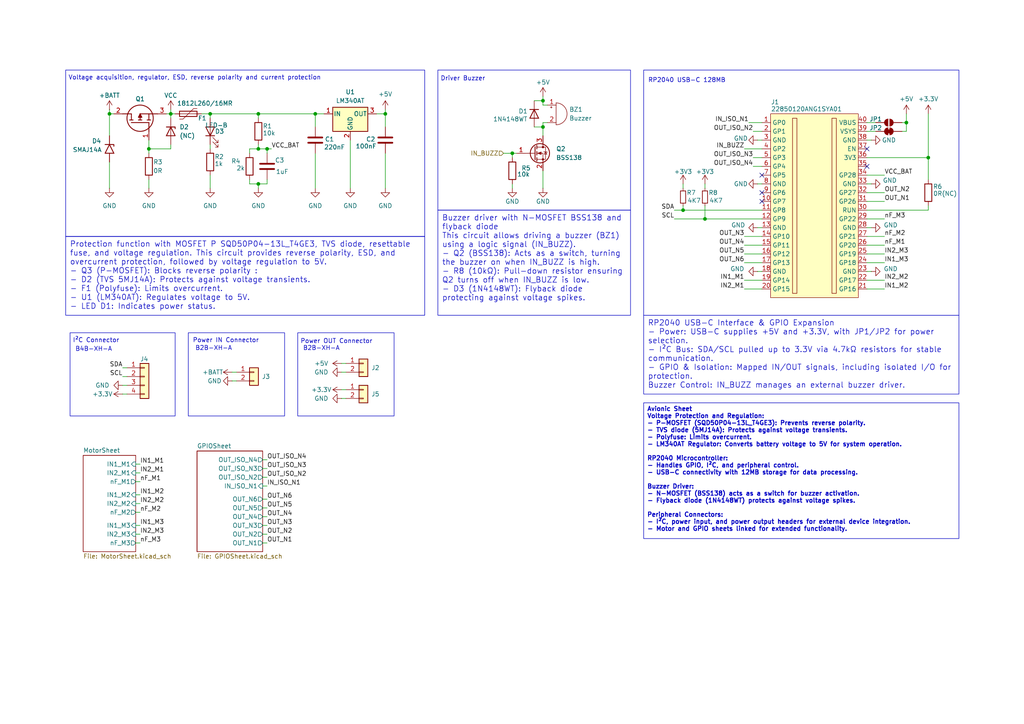
<source format=kicad_sch>
(kicad_sch (version 20231120) (generator "eeschema") (generator_version "8.0")
  (paper "A4")
  (title_block (title "BR-MOTOR : GPIO Sheet") (date "2025-02-23") (rev "V°1") (company "MASTODONTE") (comment 1 "Paul Miailhe"))
  (lib_symbols
    (symbol "Berry_Rocket_Library:Raspberry_Pico_Header"
      (property "Reference" "J" (at 0 0 0))
      (property "Value" "Raspberry Pico Header" (at 12.7 -55.88 0))
      (symbol "Raspberry_Pico_Header_1_1"
        (rectangle (start 0 -1.27) (end 25.4 -54.61) (fill (type background)))
        (rectangle (start 6.35 -2.54) (end 7.62 -53.34))
        (rectangle (start 17.78 -2.54) (end 19.05 -53.34))
        (pin bidirectional line (at -2.54 -3.81 0) (length 2.54) (name "GP0") (number "1"))
        (pin input line (at -2.54 -26.67 0) (length 2.54) (name "GP7") (number "10"))
        (pin input line (at -2.54 -29.21 0) (length 2.54) (name "GP8") (number "11"))
        (pin input line (at -2.54 -31.75 0) (length 2.54) (name "GP9") (number "12"))
        (pin input line (at -2.54 -34.29 0) (length 2.54) (name "GND") (number "13"))
        (pin input line (at -2.54 -36.83 0) (length 2.54) (name "GP10") (number "14"))
        (pin input line (at -2.54 -39.37 0) (length 2.54) (name "GP11") (number "15"))
        (pin input line (at -2.54 -41.91 0) (length 2.54) (name "GP12") (number "16"))
        (pin input line (at -2.54 -44.45 0) (length 2.54) (name "GP13") (number "17"))
        (pin input line (at -2.54 -46.99 0) (length 2.54) (name "GND") (number "18"))
        (pin input line (at -2.54 -49.53 0) (length 2.54) (name "GP14") (number "19"))
        (pin bidirectional line (at -2.54 -6.35 0) (length 2.54) (name "GP1") (number "2"))
        (pin input line (at -2.54 -52.07 0) (length 2.54) (name "GP15") (number "20"))
        (pin input line (at 27.94 -52.07 180) (length 2.54) (name "GP16") (number "21"))
        (pin input line (at 27.94 -49.53 180) (length 2.54) (name "GP17") (number "22"))
        (pin input line (at 27.94 -46.99 180) (length 2.54) (name "GND") (number "23"))
        (pin input line (at 27.94 -44.45 180) (length 2.54) (name "GP18") (number "24"))
        (pin input line (at 27.94 -41.91 180) (length 2.54) (name "GP19") (number "25"))
        (pin input line (at 27.94 -39.37 180) (length 2.54) (name "GP20") (number "26"))
        (pin input line (at 27.94 -36.83 180) (length 2.54) (name "GP21") (number "27"))
        (pin input line (at 27.94 -34.29 180) (length 2.54) (name "GND") (number "28"))
        (pin input line (at 27.94 -31.75 180) (length 2.54) (name "GP22") (number "29"))
        (pin input line (at -2.54 -8.89 0) (length 2.54) (name "GND") (number "3"))
        (pin input line (at 27.94 -29.21 180) (length 2.54) (name "RUN") (number "30"))
        (pin input line (at 27.94 -26.67 180) (length 2.54) (name "GP26") (number "31"))
        (pin input line (at 27.94 -24.13 180) (length 2.54) (name "GP27") (number "32"))
        (pin input line (at 27.94 -21.59 180) (length 2.54) (name "GND") (number "33"))
        (pin input line (at 27.94 -19.05 180) (length 2.54) (name "GP28") (number "34"))
        (pin input line (at 27.94 -16.51 180) (length 2.54) (name "") (number "35"))
        (pin input line (at 27.94 -13.97 180) (length 2.54) (name "3V3") (number "36"))
        (pin input line (at 27.94 -11.43 180) (length 2.54) (name "EN") (number "37"))
        (pin input line (at 27.94 -8.89 180) (length 2.54) (name "GND") (number "38"))
        (pin input line (at 27.94 -6.35 180) (length 2.54) (name "VSYS") (number "39"))
        (pin input line (at -2.54 -11.43 0) (length 2.54) (name "GP2") (number "4"))
        (pin input line (at 27.94 -3.81 180) (length 2.54) (name "VBUS") (number "40"))
        (pin input line (at -2.54 -13.97 0) (length 2.54) (name "GP3") (number "5"))
        (pin input line (at -2.54 -16.51 0) (length 2.54) (name "GP4") (number "6"))
        (pin input line (at -2.54 -19.05 0) (length 2.54) (name "GP5") (number "7"))
        (pin input line (at -2.54 -21.59 0) (length 2.54) (name "GND") (number "8"))
        (pin input line (at -2.54 -24.13 0) (length 2.54) (name "GP6") (number "9"))
      )
    )
    (symbol "Connector_Generic:Conn_01x02" (pin_names (offset 1.016) hide)
      (property "Reference" "J" (at 0 2.54 0))
      (property "Value" "Conn_01x02" (at 0 -5.08 0))
      (symbol "Conn_01x02_1_1"
        (rectangle (start -1.27 -2.413) (end 0 -2.667) (stroke (width 0.1524)))
        (rectangle (start -1.27 0.127) (end 0 -0.127) (stroke (width 0.1524)))
        (rectangle (start -1.27 1.27) (end 1.27 -3.81) (stroke (width 0.254)) (fill (type background)))
        (pin passive line (at -5.08 0 0) (length 3.81) (name "Pin_1") (number "1"))
        (pin passive line (at -5.08 -2.54 0) (length 3.81) (name "Pin_2") (number "2"))
      )
    )
    (symbol "Connector_Generic:Conn_01x04" (pin_names (offset 1.016) hide)
      (property "Reference" "J" (at 0 5.08 0))
      (property "Value" "Conn_01x04" (at 0 -7.62 0))
      (symbol "Conn_01x04_1_1"
        (rectangle (start -1.27 -4.953) (end 0 -5.207) (stroke (width 0.1524)))
        (rectangle (start -1.27 -2.413) (end 0 -2.667) (stroke (width 0.1524)))
        (rectangle (start -1.27 0.127) (end 0 -0.127) (stroke (width 0.1524)))
        (rectangle (start -1.27 2.667) (end 0 2.413) (stroke (width 0.1524)))
        (rectangle (start -1.27 3.81) (end 1.27 -6.35) (stroke (width 0.254)) (fill (type background)))
        (pin passive line (at -5.08 2.54 0) (length 3.81) (name "Pin_1") (number "1"))
        (pin passive line (at -5.08 0 0) (length 3.81) (name "Pin_2") (number "2"))
        (pin passive line (at -5.08 -2.54 0) (length 3.81) (name "Pin_3") (number "3"))
        (pin passive line (at -5.08 -5.08 0) (length 3.81) (name "Pin_4") (number "4"))
      )
    )
    (symbol "Device:Buzzer" (pin_names (offset 0.0254) hide)
      (property "Reference" "BZ" (at 3.81 1.27 0))
      (property "Value" "Buzzer" (at 3.81 -1.27 0))
      (symbol "Buzzer_0_1"
        (arc (start 0 -3.175) (mid 3.1612 0) (end 0 3.175))
        (polyline (pts (xy -1.651 1.905) (xy -1.143 1.905)))
        (polyline (pts (xy -1.397 2.159) (xy -1.397 1.651)))
        (polyline (pts (xy 0 3.175) (xy 0 -3.175)))
      )
      (symbol "Buzzer_1_1"
        (pin passive line (at -2.54 2.54 0) (length 2.54) (name "+") (number "1"))
        (pin passive line (at -2.54 -2.54 0) (length 2.54) (name "-") (number "2"))
      )
    )
    (symbol "Device:C" (pin_numbers hide) (pin_names (offset 0.254))
      (property "Reference" "C" (at 0.635 2.54 0))
      (property "Value" "C" (at 0.635 -2.54 0))
      (symbol "C_0_1"
        (polyline (pts (xy -2.032 -0.762) (xy 2.032 -0.762)) (stroke (width 0.508)))
        (polyline (pts (xy -2.032 0.762) (xy 2.032 0.762)) (stroke (width 0.508)))
      )
      (symbol "C_1_1"
        (pin passive line (at 0 3.81 270) (length 2.794) (name "~") (number "1"))
        (pin passive line (at 0 -3.81 90) (length 2.794) (name "~") (number "2"))
      )
    )
    (symbol "Device:D_Zener" (pin_numbers hide) (pin_names (offset 1.016) hide)
      (property "Reference" "D" (at 0 2.54 0))
      (property "Value" "D_Zener" (at 0 -2.54 0))
      (symbol "D_Zener_0_1"
        (polyline (pts (xy 1.27 0) (xy -1.27 0)))
        (polyline (pts (xy -1.27 -1.27) (xy -1.27 1.27) (xy -0.762 1.27)) (stroke (width 0.254)))
        (polyline (pts (xy 1.27 -1.27) (xy 1.27 1.27) (xy -1.27 0) (xy 1.27 -1.27)) (stroke (width 0.254)))
      )
      (symbol "D_Zener_1_1"
        (pin passive line (at -3.81 0 0) (length 2.54) (name "K") (number "1"))
        (pin passive line (at 3.81 0 180) (length 2.54) (name "A") (number "2"))
      )
    )
    (symbol "Device:LED" (pin_numbers hide) (pin_names (offset 1.016) hide)
      (property "Reference" "D" (at 0 2.54 0))
      (property "Value" "LED" (at 0 -2.54 0))
      (symbol "LED_0_1"
        (polyline (pts (xy -1.27 -1.27) (xy -1.27 1.27)) (stroke (width 0.254)))
        (polyline (pts (xy -1.27 0) (xy 1.27 0)))
        (polyline (pts (xy 1.27 -1.27) (xy 1.27 1.27) (xy -1.27 0) (xy 1.27 -1.27)) (stroke (width 0.254)))
        (polyline (pts (xy -3.048 -0.762) (xy -4.572 -2.286) (xy -3.81 -2.286) (xy -4.572 -2.286) (xy -4.572 -1.524)))
        (polyline (pts (xy -1.778 -0.762) (xy -3.302 -2.286) (xy -2.54 -2.286) (xy -3.302 -2.286) (xy -3.302 -1.524)))
      )
      (symbol "LED_1_1"
        (pin passive line (at -3.81 0 0) (length 2.54) (name "K") (number "1"))
        (pin passive line (at 3.81 0 180) (length 2.54) (name "A") (number "2"))
      )
    )
    (symbol "Device:Polyfuse" (pin_numbers hide) (pin_names (offset 0))
      (property "Reference" "F" (at -2.54 0 90))
      (property "Value" "Polyfuse" (at 2.54 0 90))
      (symbol "Polyfuse_0_1"
        (rectangle (start -0.762 2.54) (end 0.762 -2.54) (stroke (width 0.254)))
        (polyline (pts (xy 0 2.54) (xy 0 -2.54)))
        (polyline (pts (xy -1.524 2.54) (xy -1.524 1.524) (xy 1.524 -1.524) (xy 1.524 -2.54)))
      )
      (symbol "Polyfuse_1_1"
        (pin passive line (at 0 3.81 270) (length 1.27) (name "~") (number "1"))
        (pin passive line (at 0 -3.81 90) (length 1.27) (name "~") (number "2"))
      )
    )
    (symbol "Device:R" (pin_numbers hide) (pin_names (offset 0))
      (property "Reference" "R" (at 2.032 0 90))
      (property "Value" "R" (at 0 0 90))
      (symbol "R_0_1"
        (rectangle (start -1.016 -2.54) (end 1.016 2.54) (stroke (width 0.254)))
      )
      (symbol "R_1_1"
        (pin passive line (at 0 3.81 270) (length 1.27) (name "~") (number "1"))
        (pin passive line (at 0 -3.81 90) (length 1.27) (name "~") (number "2"))
      )
    )
    (symbol "Device:R_Small" (pin_numbers hide) (pin_names (offset 0.254) hide)
      (property "Reference" "R" (at 0.762 0.508 0))
      (property "Value" "R_Small" (at 0.762 -1.016 0))
      (symbol "R_Small_0_1"
        (rectangle (start -0.762 1.778) (end 0.762 -1.778) (stroke (width 0.2032)))
      )
      (symbol "R_Small_1_1"
        (pin passive line (at 0 2.54 270) (length 0.762) (name "~") (number "1"))
        (pin passive line (at 0 -2.54 90) (length 0.762) (name "~") (number "2"))
      )
    )
    (symbol "Diode:1N4148WT" (pin_numbers hide) (pin_names hide)
      (property "Reference" "D" (at 0 2.54 0))
      (property "Value" "1N4148WT" (at 0 -2.54 0))
      (symbol "1N4148WT_0_1"
        (polyline (pts (xy -1.27 1.27) (xy -1.27 -1.27)) (stroke (width 0.254)))
        (polyline (pts (xy 1.27 0) (xy -1.27 0)))
        (polyline (pts (xy 1.27 1.27) (xy 1.27 -1.27) (xy -1.27 0) (xy 1.27 1.27)) (stroke (width 0.254)))
      )
      (symbol "1N4148WT_1_1"
        (pin passive line (at -3.81 0 0) (length 2.54) (name "K") (number "1"))
        (pin passive line (at 3.81 0 180) (length 2.54) (name "A") (number "2"))
      )
    )
    (symbol "Diode:SMAJ14A" (pin_numbers hide) (pin_names (offset 1.016) hide)
      (property "Reference" "D" (at 0 2.54 0))
      (property "Value" "SMAJ14A" (at 0 -2.54 0))
      (symbol "SMAJ14A_0_1"
        (polyline (pts (xy -0.762 1.27) (xy -1.27 1.27) (xy -1.27 -1.27)) (stroke (width 0.254)))
        (polyline (pts (xy 1.27 1.27) (xy 1.27 -1.27) (xy -1.27 0) (xy 1.27 1.27)) (stroke (width 0.254)))
      )
      (symbol "SMAJ14A_1_1"
        (pin passive line (at -3.81 0 0) (length 2.54) (name "A1") (number "1"))
        (pin passive line (at 3.81 0 180) (length 2.54) (name "A2") (number "2"))
      )
    )
    (symbol "Jumper:SolderJumper_2_Bridged" (pin_numbers hide) (pin_names (offset 0) hide) (exclude_from_sim yes) (in_bom no)
      (property "Reference" "JP" (at 0 2.032 0))
      (property "Value" "SolderJumper_2_Bridged" (at 0 -2.54 0))
      (symbol "SolderJumper_2_Bridged_0_1"
        (rectangle (start -0.508 0.508) (end 0.508 -0.508) (fill (type outline)))
        (arc (start -0.254 1.016) (mid -1.2656 0) (end -0.254 -1.016))
        (arc (start -0.254 1.016) (mid -1.2656 0) (end -0.254 -1.016) (fill (type outline)))
        (polyline (pts (xy -0.254 1.016) (xy -0.254 -1.016)))
        (polyline (pts (xy 0.254 1.016) (xy 0.254 -1.016)))
        (arc (start 0.254 -1.016) (mid 1.2656 0) (end 0.254 1.016))
        (arc (start 0.254 -1.016) (mid 1.2656 0) (end 0.254 1.016) (fill (type outline)))
      )
      (symbol "SolderJumper_2_Bridged_1_1"
        (pin passive line (at -3.81 0 0) (length 2.54) (name "A") (number "1"))
        (pin passive line (at 3.81 0 180) (length 2.54) (name "B") (number "2"))
      )
    )
    (symbol "Jumper:SolderJumper_2_Open" (pin_numbers hide) (pin_names (offset 0) hide) (exclude_from_sim yes) (in_bom no)
      (property "Reference" "JP" (at 0 2.032 0))
      (property "Value" "SolderJumper_2_Open" (at 0 -2.54 0))
      (symbol "SolderJumper_2_Open_0_1"
        (arc (start -0.254 1.016) (mid -1.2656 0) (end -0.254 -1.016))
        (arc (start -0.254 1.016) (mid -1.2656 0) (end -0.254 -1.016) (fill (type outline)))
        (polyline (pts (xy -0.254 1.016) (xy -0.254 -1.016)))
        (polyline (pts (xy 0.254 1.016) (xy 0.254 -1.016)))
        (arc (start 0.254 -1.016) (mid 1.2656 0) (end 0.254 1.016))
        (arc (start 0.254 -1.016) (mid 1.2656 0) (end 0.254 1.016) (fill (type outline)))
      )
      (symbol "SolderJumper_2_Open_1_1"
        (pin passive line (at -3.81 0 0) (length 2.54) (name "A") (number "1"))
        (pin passive line (at 3.81 0 180) (length 2.54) (name "B") (number "2"))
      )
    )
    (symbol "Regulator_Linear:L7805" (pin_names (offset 0.254))
      (property "Reference" "U" (at -3.81 3.175 0))
      (property "Value" "L7805" (at 0 3.175 0))
      (symbol "L7805_0_1"
        (rectangle (start -5.08 1.905) (end 5.08 -5.08) (stroke (width 0.254)) (fill (type background)))
      )
      (symbol "L7805_1_1"
        (pin power_in line (at -7.62 0 0) (length 2.54) (name "IN") (number "1"))
        (pin power_in line (at 0 -7.62 90) (length 2.54) (name "GND") (number "2"))
        (pin power_out line (at 7.62 0 180) (length 2.54) (name "OUT") (number "3"))
      )
    )
    (symbol "SQD50P04-13L_T4GE3:SQD50P04-13L_T4GE3" (pin_names hide)
      (property "Reference" "Q" (at 11.43 3.81 0))
      (property "Value" "SQD50P04-13L_T4GE3" (at 11.43 1.27 0))
      (symbol "SQD50P04-13L_T4GE3_1_1"
        (polyline (pts (xy 2.54 0) (xy 5.08 0)) (stroke (width 0.254)))
        (polyline (pts (xy 5.08 5.08) (xy 5.08 0)) (stroke (width 0.254)))
        (polyline (pts (xy 5.842 -0.508) (xy 5.842 0.508)) (stroke (width 0.254)))
        (polyline (pts (xy 5.842 0) (xy 7.62 0)) (stroke (width 0.254)))
        (polyline (pts (xy 5.842 2.032) (xy 5.842 3.048)) (stroke (width 0.254)))
        (polyline (pts (xy 5.842 5.588) (xy 5.842 4.572)) (stroke (width 0.254)))
        (polyline (pts (xy 7.62 2.54) (xy 5.842 2.54)) (stroke (width 0.254)))
        (polyline (pts (xy 7.62 2.54) (xy 7.62 -2.54)) (stroke (width 0.254)))
        (polyline (pts (xy 7.62 5.08) (xy 5.842 5.08)) (stroke (width 0.254)))
        (polyline (pts (xy 7.62 5.08) (xy 7.62 7.62)) (stroke (width 0.254)))
        (polyline (pts (xy 7.62 2.54) (xy 6.604 3.048) (xy 6.604 2.032) (xy 7.62 2.54)) (stroke (width 0.254)) (fill (type outline)))
        (circle (center 6.35 2.54) (radius 3.81) (stroke (width 0.254)))
        (pin passive line (at 0 0 0) (length 2.54) (name "G") (number "1"))
        (pin passive line (at 7.62 10.16 270) (length 2.54) (name "D") (number "2"))
        (pin passive line (at 7.62 -5.08 90) (length 2.54) (name "S") (number "3"))
      )
    )
    (symbol "Transistor_FET:BSS138" (pin_names hide)
      (property "Reference" "Q" (at 5.08 1.905 0))
      (property "Value" "BSS138" (at 5.08 0 0))
      (symbol "BSS138_0_1"
        (polyline (pts (xy 0.254 0) (xy -2.54 0)))
        (polyline (pts (xy 0.254 1.905) (xy 0.254 -1.905)) (stroke (width 0.254)))
        (polyline (pts (xy 0.762 -1.27) (xy 0.762 -2.286)) (stroke (width 0.254)))
        (polyline (pts (xy 0.762 0.508) (xy 0.762 -0.508)) (stroke (width 0.254)))
        (polyline (pts (xy 0.762 2.286) (xy 0.762 1.27)) (stroke (width 0.254)))
        (polyline (pts (xy 2.54 2.54) (xy 2.54 1.778)))
        (polyline (pts (xy 2.54 -2.54) (xy 2.54 0) (xy 0.762 0)))
        (polyline (pts (xy 0.762 -1.778) (xy 3.302 -1.778) (xy 3.302 1.778) (xy 0.762 1.778)))
        (polyline (pts (xy 1.016 0) (xy 2.032 0.381) (xy 2.032 -0.381) (xy 1.016 0)) (fill (type outline)))
        (polyline (pts (xy 2.794 0.508) (xy 2.921 0.381) (xy 3.683 0.381) (xy 3.81 0.254)))
        (polyline (pts (xy 3.302 0.381) (xy 2.921 -0.254) (xy 3.683 -0.254) (xy 3.302 0.381)))
        (circle (center 1.651 0) (radius 2.794) (stroke (width 0.254)))
        (circle (center 2.54 -1.778) (radius 0.254) (fill (type outline)))
        (circle (center 2.54 1.778) (radius 0.254) (fill (type outline)))
      )
      (symbol "BSS138_1_1"
        (pin input line (at -5.08 0 0) (length 2.54) (name "G") (number "1"))
        (pin passive line (at 2.54 -5.08 90) (length 2.54) (name "S") (number "2"))
        (pin passive line (at 2.54 5.08 270) (length 2.54) (name "D") (number "3"))
      )
    )
    (symbol "power:+3.3V" (power) (pin_numbers hide) (pin_names (offset 0) hide)
      (property "Value" "+3.3V" (at 0 3.556 0))
      (symbol "+3.3V_0_1"
        (polyline (pts (xy -0.762 1.27) (xy 0 2.54)))
        (polyline (pts (xy 0 0) (xy 0 2.54)))
        (polyline (pts (xy 0 2.54) (xy 0.762 1.27)))
      )
      (symbol "+3.3V_1_1"
        (pin power_in line (at 0 0 90) (length 0) (name "~") (number "1"))
      )
    )
    (symbol "power:+3V3" (power) (pin_names (offset 0))
      (property "Value" "+3V3" (at 0 3.556 0))
      (symbol "+3V3_0_1"
        (polyline (pts (xy -0.762 1.27) (xy 0 2.54)))
        (polyline (pts (xy 0 0) (xy 0 2.54)))
        (polyline (pts (xy 0 2.54) (xy 0.762 1.27)))
      )
      (symbol "+3V3_1_1"
        (pin power_in line (at 0 0 90) (length 0) hide (name "+3V3") (number "1"))
      )
    )
    (symbol "power:+5V" (power) (pin_names (offset 0))
      (property "Value" "+5V" (at 0 3.556 0))
      (symbol "+5V_0_1"
        (polyline (pts (xy -0.762 1.27) (xy 0 2.54)))
        (polyline (pts (xy 0 0) (xy 0 2.54)))
        (polyline (pts (xy 0 2.54) (xy 0.762 1.27)))
      )
      (symbol "+5V_1_1"
        (pin power_in line (at 0 0 90) (length 0) hide (name "+5V") (number "1"))
      )
    )
    (symbol "power:+BATT" (power) (pin_numbers hide) (pin_names (offset 0) hide)
      (property "Value" "+BATT" (at 0 3.556 0))
      (symbol "+BATT_0_1"
        (polyline (pts (xy -0.762 1.27) (xy 0 2.54)))
        (polyline (pts (xy 0 0) (xy 0 2.54)))
        (polyline (pts (xy 0 2.54) (xy 0.762 1.27)))
      )
      (symbol "+BATT_1_1"
        (pin power_in line (at 0 0 90) (length 0) (name "~") (number "1"))
      )
    )
    (symbol "power:GND" (power) (pin_numbers hide) (pin_names (offset 0) hide)
      (property "Value" "GND" (at 0 -3.81 0))
      (symbol "GND_0_1"
        (polyline (pts (xy 0 0) (xy 0 -1.27) (xy 1.27 -1.27) (xy 0 -2.54) (xy -1.27 -1.27) (xy 0 -1.27)))
      )
      (symbol "GND_1_1"
        (pin power_in line (at 0 0 270) (length 0) (name "~") (number "1"))
      )
    )
    (symbol "power:VCC" (power) (pin_numbers hide) (pin_names (offset 0) hide)
      (property "Value" "VCC" (at 0 3.556 0))
      (symbol "VCC_0_1"
        (polyline (pts (xy -0.762 1.27) (xy 0 2.54)))
        (polyline (pts (xy 0 0) (xy 0 2.54)))
        (polyline (pts (xy 0 2.54) (xy 0.762 1.27)))
      )
      (symbol "VCC_1_1"
        (pin power_in line (at 0 0 90) (length 0) (name "~") (number "1"))
      )
    )
  )
  (junction (at 204.47 63.5))
  (junction (at 77.47 43.18))
  (junction (at 74.93 43.18))
  (junction (at 157.48 36.83))
  (junction (at 157.48 29.21))
  (junction (at 43.18 43.18))
  (junction (at 91.44 33.02))
  (junction (at 198.12 60.96))
  (junction (at 262.89 35.56))
  (junction (at 74.93 33.02))
  (junction (at 49.53 33.02))
  (junction (at 60.96 33.02))
  (junction (at 74.93 53.34))
  (junction (at 148.59 44.45))
  (junction (at 111.76 33.02))
  (junction (at 269.24 45.72))
  (junction (at 31.75 33.02))
  (no_connect (at 220.98 50.8))
  (no_connect (at 220.98 58.42))
  (no_connect (at 251.46 43.18))
  (no_connect (at 220.98 55.88))
  (no_connect (at 251.46 48.26))
  (wire (pts (xy 68.58 110.49) (xy 67.31 110.49)))
  (wire (pts (xy 251.46 71.12) (xy 256.54 71.12)))
  (wire (pts (xy 154.94 36.83) (xy 157.48 36.83)))
  (wire (pts (xy 217.17 35.56) (xy 220.98 35.56)))
  (wire (pts (xy 215.9 68.58) (xy 220.98 68.58)))
  (wire (pts (xy 157.48 49.53) (xy 157.48 54.61)))
  (wire (pts (xy 99.06 113.03) (xy 100.33 113.03)))
  (wire (pts (xy 157.48 35.56) (xy 157.48 36.83)))
  (wire (pts (xy 251.46 35.56) (xy 254 35.56)))
  (wire (pts (xy 198.12 60.96) (xy 220.98 60.96)))
  (wire (pts (xy 67.31 107.95) (xy 68.58 107.95)))
  (wire (pts (xy 39.37 148.59) (xy 40.64 148.59)))
  (wire (pts (xy 204.47 53.34) (xy 204.47 54.61)))
  (wire (pts (xy 269.24 45.72) (xy 269.24 33.02)))
  (wire (pts (xy 158.75 35.56) (xy 157.48 35.56)))
  (wire (pts (xy 111.76 44.45) (xy 111.76 54.61)))
  (wire (pts (xy 91.44 36.83) (xy 91.44 33.02)))
  (wire (pts (xy 60.96 33.02) (xy 74.93 33.02)))
  (wire (pts (xy 31.75 33.02) (xy 33.02 33.02)))
  (wire (pts (xy 251.46 50.8) (xy 256.54 50.8)))
  (wire (pts (xy 74.93 33.02) (xy 74.93 34.29)))
  (wire (pts (xy 72.39 43.18) (xy 72.39 44.45)))
  (wire (pts (xy 39.37 146.05) (xy 40.64 146.05)))
  (wire (pts (xy 77.47 53.34) (xy 77.47 52.07)))
  (wire (pts (xy 76.2 133.35) (xy 77.47 133.35)))
  (wire (pts (xy 215.9 83.82) (xy 220.98 83.82)))
  (wire (pts (xy 99.06 115.57) (xy 100.33 115.57)))
  (wire (pts (xy 31.75 46.99) (xy 31.75 54.61)))
  (wire (pts (xy 35.56 111.76) (xy 36.83 111.76)))
  (wire (pts (xy 60.96 33.02) (xy 60.96 34.29)))
  (wire (pts (xy 218.44 45.72) (xy 220.98 45.72)))
  (wire (pts (xy 39.37 143.51) (xy 40.64 143.51)))
  (wire (pts (xy 39.37 154.94) (xy 40.64 154.94)))
  (wire (pts (xy 74.93 43.18) (xy 77.47 43.18)))
  (wire (pts (xy 43.18 43.18) (xy 43.18 44.45)))
  (wire (pts (xy 39.37 134.62) (xy 40.64 134.62)))
  (wire (pts (xy 251.46 55.88) (xy 256.54 55.88)))
  (wire (pts (xy 35.56 106.68) (xy 36.83 106.68)))
  (wire (pts (xy 101.6 40.64) (xy 101.6 54.61)))
  (wire (pts (xy 261.62 35.56) (xy 262.89 35.56)))
  (wire (pts (xy 36.83 114.3) (xy 35.56 114.3)))
  (wire (pts (xy 158.75 30.48) (xy 157.48 30.48)))
  (wire (pts (xy 60.96 50.8) (xy 60.96 54.61)))
  (wire (pts (xy 74.93 54.61) (xy 74.93 53.34)))
  (wire (pts (xy 251.46 81.28) (xy 256.54 81.28)))
  (wire (pts (xy 251.46 73.66) (xy 256.54 73.66)))
  (wire (pts (xy 72.39 53.34) (xy 74.93 53.34)))
  (wire (pts (xy 215.9 71.12) (xy 220.98 71.12)))
  (wire (pts (xy 43.18 52.07) (xy 43.18 54.61)))
  (wire (pts (xy 109.22 33.02) (xy 111.76 33.02)))
  (wire (pts (xy 251.46 68.58) (xy 256.54 68.58)))
  (wire (pts (xy 148.59 44.45) (xy 148.59 45.72)))
  (wire (pts (xy 262.89 38.1) (xy 262.89 35.56)))
  (wire (pts (xy 91.44 33.02) (xy 93.98 33.02)))
  (wire (pts (xy 43.18 40.64) (xy 43.18 43.18)))
  (wire (pts (xy 72.39 53.34) (xy 72.39 52.07)))
  (wire (pts (xy 39.37 157.48) (xy 40.64 157.48)))
  (wire (pts (xy 77.47 43.18) (xy 77.47 44.45)))
  (wire (pts (xy 39.37 137.16) (xy 40.64 137.16)))
  (wire (pts (xy 219.71 78.74) (xy 220.98 78.74)))
  (wire (pts (xy 99.06 105.41) (xy 100.33 105.41)))
  (wire (pts (xy 76.2 152.4) (xy 77.47 152.4)))
  (wire (pts (xy 204.47 59.69) (xy 204.47 63.5)))
  (wire (pts (xy 251.46 38.1) (xy 254 38.1)))
  (wire (pts (xy 146.05 44.45) (xy 148.59 44.45)))
  (wire (pts (xy 251.46 60.96) (xy 269.24 60.96)))
  (wire (pts (xy 195.58 63.5) (xy 204.47 63.5)))
  (wire (pts (xy 154.94 29.21) (xy 157.48 29.21)))
  (wire (pts (xy 60.96 41.91) (xy 60.96 43.18)))
  (wire (pts (xy 252.73 53.34) (xy 251.46 53.34)))
  (wire (pts (xy 49.53 33.02) (xy 49.53 34.29)))
  (wire (pts (xy 251.46 58.42) (xy 256.54 58.42)))
  (wire (pts (xy 215.9 43.18) (xy 220.98 43.18)))
  (wire (pts (xy 219.71 66.04) (xy 220.98 66.04)))
  (wire (pts (xy 49.53 43.18) (xy 49.53 41.91)))
  (wire (pts (xy 111.76 31.75) (xy 111.76 33.02)))
  (wire (pts (xy 195.58 60.96) (xy 198.12 60.96)))
  (wire (pts (xy 74.93 33.02) (xy 91.44 33.02)))
  (wire (pts (xy 49.53 31.75) (xy 49.53 33.02)))
  (wire (pts (xy 262.89 35.56) (xy 262.89 33.02)))
  (wire (pts (xy 72.39 43.18) (xy 74.93 43.18)))
  (wire (pts (xy 215.9 81.28) (xy 220.98 81.28)))
  (wire (pts (xy 76.2 149.86) (xy 77.47 149.86)))
  (wire (pts (xy 148.59 44.45) (xy 149.86 44.45)))
  (wire (pts (xy 35.56 109.22) (xy 36.83 109.22)))
  (wire (pts (xy 148.59 53.34) (xy 148.59 54.61)))
  (wire (pts (xy 76.2 140.97) (xy 77.47 140.97)))
  (wire (pts (xy 76.2 135.89) (xy 77.47 135.89)))
  (wire (pts (xy 269.24 52.07) (xy 269.24 45.72)))
  (wire (pts (xy 204.47 63.5) (xy 220.98 63.5)))
  (wire (pts (xy 76.2 154.94) (xy 77.47 154.94)))
  (wire (pts (xy 269.24 60.96) (xy 269.24 59.69)))
  (wire (pts (xy 198.12 59.69) (xy 198.12 60.96)))
  (wire (pts (xy 74.93 41.91) (xy 74.93 43.18)))
  (wire (pts (xy 76.2 147.32) (xy 77.47 147.32)))
  (wire (pts (xy 219.71 53.34) (xy 220.98 53.34)))
  (wire (pts (xy 39.37 139.7) (xy 40.64 139.7)))
  (wire (pts (xy 251.46 45.72) (xy 269.24 45.72)))
  (wire (pts (xy 43.18 43.18) (xy 49.53 43.18)))
  (wire (pts (xy 218.44 48.26) (xy 220.98 48.26)))
  (wire (pts (xy 76.2 138.43) (xy 77.47 138.43)))
  (wire (pts (xy 58.42 33.02) (xy 60.96 33.02)))
  (wire (pts (xy 76.2 157.48) (xy 77.47 157.48)))
  (wire (pts (xy 215.9 73.66) (xy 220.98 73.66)))
  (wire (pts (xy 251.46 63.5) (xy 256.54 63.5)))
  (wire (pts (xy 39.37 152.4) (xy 40.64 152.4)))
  (wire (pts (xy 252.73 78.74) (xy 251.46 78.74)))
  (wire (pts (xy 218.44 38.1) (xy 220.98 38.1)))
  (wire (pts (xy 157.48 29.21) (xy 157.48 30.48)))
  (wire (pts (xy 157.48 27.94) (xy 157.48 29.21)))
  (wire (pts (xy 76.2 144.78) (xy 77.47 144.78)))
  (wire (pts (xy 31.75 33.02) (xy 31.75 39.37)))
  (wire (pts (xy 31.75 31.75) (xy 31.75 33.02)))
  (wire (pts (xy 91.44 44.45) (xy 91.44 54.61)))
  (wire (pts (xy 252.73 40.64) (xy 251.46 40.64)))
  (wire (pts (xy 99.06 107.95) (xy 100.33 107.95)))
  (wire (pts (xy 48.26 33.02) (xy 49.53 33.02)))
  (wire (pts (xy 215.9 76.2) (xy 220.98 76.2)))
  (wire (pts (xy 261.62 38.1) (xy 262.89 38.1)))
  (wire (pts (xy 77.47 43.18) (xy 78.74 43.18)))
  (wire (pts (xy 251.46 76.2) (xy 256.54 76.2)))
  (wire (pts (xy 219.71 40.64) (xy 220.98 40.64)))
  (wire (pts (xy 251.46 83.82) (xy 256.54 83.82)))
  (wire (pts (xy 49.53 33.02) (xy 50.8 33.02)))
  (wire (pts (xy 74.93 53.34) (xy 77.47 53.34)))
  (wire (pts (xy 157.48 36.83) (xy 157.48 39.37)))
  (wire (pts (xy 198.12 53.34) (xy 198.12 54.61)))
  (wire (pts (xy 111.76 33.02) (xy 111.76 36.83)))
  (wire (pts (xy 252.73 66.04) (xy 251.46 66.04)))
  (rectangle (start 86.36 96.52) (end 114.3 120.65))
  (rectangle (start 186.69 20.32) (end 278.13 91.44))
  (rectangle (start 19.05 20.32) (end 123.19 68.58))
  (rectangle (start 20.32 96.52) (end 50.8 120.65))
  (rectangle (start 127 20.32) (end 182.88 60.96))
  (rectangle (start 54.61 96.52) (end 82.55 120.65))
  (text_box "Avionic Sheet\nVoltage Protection and Regulation:\n- P-MOSFET (SQD50P04-13L_T4GE3): Prevents reverse polarity.\n- TVS diode (5MJ14A): Protects against voltage transients.\n- Polyfuse: Limits overcurrent.\n- LM340AT Regulator: Converts battery voltage to 5V for system operation.\n\nRP2040 Microcontroller:\n- Handles GPIO, I²C, and peripheral control.\n- USB-C connectivity with 12MB storage for data processing.\n\nBuzzer Driver:\n- N-MOSFET (BSS138) acts as a switch for buzzer activation.\n- Flyback diode (1N4148WT) protects against voltage spikes.\n\nPeripheral Connectors:\n- I²C, power input, and power output headers for external device integration.\n- Motor and GPIO sheets linked for extended functionality." (at 186.69 116.84 0) (size 91.44 39.37) (effects (font (size 1.27 1.27) (thickness 0.254) (bold yes)) (justify left top)))
  (text_box "Protection function with MOSFET P SQD50P04-13L_T4GE3, TVS diode, resettable fuse, and voltage regulation. This circuit provides reverse polarity, ESD, and overcurrent protection, followed by voltage regulation to 5V.\n- Q3 (P-MOSFET): Blocks reverse polarity :\n- D2 (TVS 5MJ14A): Protects against voltage transients.\n- F1 (Polyfuse): Limits overcurrent.\n- U1 (LM340AT): Regulates voltage to 5V.\n- LED D1: Indicates power status." (at 19.05 68.58 0) (size 104.14 22.86) (effects (font (size 1.6 1.6)) (justify left top)))
  (text_box "RP2040 USB-C Interface & GPIO Expansion\n- Power: USB-C supplies +5V and +3.3V, with JP1/JP2 for power selection.\n- I²C Bus: SDA/SCL pulled up to 3.3V via 4.7kΩ resistors for stable communication.\n- GPIO & Isolation: Mapped IN/OUT signals, including isolated I/O for protection.\nBuzzer Control: IN_BUZZ manages an external buzzer driver." (at 186.69 91.44 0) (size 91.44 22.86) (effects (font (size 1.6 1.6)) (justify left top)))
  (text_box "Buzzer driver with N-MOSFET BSS138 and flyback diode\nThis circuit allows driving a buzzer (BZ1) using a logic signal (IN_BUZZ).\n- Q2 (BSS138): Acts as a switch, turning the buzzer on when IN_BUZZ is high.\n- R8 (10kΩ): Pull-down resistor ensuring Q2 turns off when IN_BUZZ is low.\n- D3 (1N4148WT): Flyback diode protecting against voltage spikes." (at 127 60.96 0) (size 55.88 30.48) (effects (font (size 1.6 1.6)) (justify left top)))
  (text "I²C Connector " (at 21.082 99.568 0) (effects (font (size 1.27 1.27) (thickness 0.1588)) (justify left bottom)))
  (text "Voltage acquisition, regulator, ESD, reverse polarity and current protection\n" (at 19.812 23.368 0) (effects (font (size 1.27 1.27) (thickness 0.1588)) (justify left bottom)))
  (text "Power IN Connector " (at 55.88 99.568 0) (effects (font (size 1.27 1.27) (thickness 0.1588)) (justify left bottom)))
  (text "Power OUT Connector " (at 87.122 99.822 0) (effects (font (size 1.27 1.27) (thickness 0.1588)) (justify left bottom)))
  (text "B2B-XH-A" (at 93.218 101.092 0) (effects (font (size 1.27 1.27))))
  (text "B2B-XH-A" (at 61.976 101.092 0) (effects (font (size 1.27 1.27))))
  (text "Driver Buzzer\n" (at 127.762 23.622 0) (effects (font (size 1.27 1.27) (thickness 0.1588)) (justify left bottom)))
  (text "B4B-XH-A" (at 27.178 101.346 0) (effects (font (size 1.27 1.27))))
  (text "RP2040 USB-C 128MB" (at 187.96 24.13 0) (effects (font (size 1.27 1.27) (thickness 0.1588)) (justify left bottom)))
  (label "nF_M1" (at 40.64 139.7 0))
  (label "IN2_M3" (at 40.64 154.94 0))
  (label "IN_ISO_N1" (at 217.17 35.56 180))
  (label "OUT_N5" (at 215.9 73.66 180))
  (label "SDA" (at 35.56 106.68 180))
  (label "SCL" (at 195.58 63.5 180))
  (label "nF_M1" (at 256.54 71.12 0))
  (label "IN2_M2" (at 256.54 81.28 0))
  (label "IN1_M1" (at 215.9 81.28 180))
  (label "IN2_M3" (at 256.54 73.66 0))
  (label "OUT_N3" (at 77.47 152.4 0))
  (label "nF_M2" (at 256.54 68.58 0))
  (label "OUT_ISO_N4" (at 218.44 48.26 180))
  (label "OUT_ISO_N3" (at 77.47 135.89 0))
  (label "OUT_ISO_N2" (at 218.44 38.1 180))
  (label "VCC_BAT" (at 256.54 50.8 0))
  (label "OUT_N6" (at 77.47 144.78 0))
  (label "OUT_N2" (at 77.47 154.94 0))
  (label "IN2_M1" (at 40.64 137.16 0))
  (label "IN2_M2" (at 40.64 146.05 0))
  (label "OUT_N4" (at 215.9 71.12 180))
  (label "OUT_N1" (at 256.54 58.42 0))
  (label "OUT_ISO_N2" (at 77.47 138.43 0))
  (label "IN1_M2" (at 40.64 143.51 0))
  (label "nF_M3" (at 40.64 157.48 0))
  (label "OUT_ISO_N4" (at 77.47 133.35 0))
  (label "nF_M2" (at 40.64 148.59 0))
  (label "IN2_M1" (at 215.9 83.82 180))
  (label "IN_ISO_N1" (at 77.47 140.97 0))
  (label "OUT_N5" (at 77.47 147.32 0))
  (label "OUT_ISO_N3" (at 218.44 45.72 180))
  (label "SDA" (at 195.58 60.96 180))
  (label "IN1_M3" (at 40.64 152.4 0))
  (label "OUT_N3" (at 215.9 68.58 180))
  (label "OUT_N4" (at 77.47 149.86 0))
  (label "OUT_N2" (at 256.54 55.88 0))
  (label "OUT_N6" (at 215.9 76.2 180))
  (label "IN_BUZZ" (at 215.9 43.18 180))
  (label "nF_M3" (at 256.54 63.5 0))
  (label "SCL" (at 35.56 109.22 180))
  (label "VCC_BAT" (at 78.74 43.18 0))
  (label "IN1_M3" (at 256.54 76.2 0))
  (label "OUT_N1" (at 77.47 157.48 0))
  (label "IN1_M1" (at 40.64 134.62 0))
  (label "IN1_M2" (at 256.54 83.82 0))
  (hierarchical_label "IN_BUZZ" (shape input) (at 146.05 44.45 180))
  (symbol (lib_id "Device:C") (at 111.76 40.64 0) (unit 1)
    (property "Reference" "C2" (at 106.172 40.386 0) (effects (justify left)))
    (property "Value" "100nF" (at 103.124 42.418 0) (effects (justify left)))
    (property "Footprint" "Capacitor_SMD:C_1206_3216Metric" (effects (hide yes)))
    (property "Datasheet" "https://www.lcsc.com/product-detail/Multilayer-Ceramic-Capacitors-MLCC-Leaded_KNSCHA-178MU0012_C5632436.html" (effects (hide yes)))
  )
  (symbol (lib_id "power:GND") (at 219.71 78.74 270) (unit 1)
    (property "Reference" "#PWR024" (effects (hide yes)))
    (property "Value" "GND" (at 215.9 77.978 90) (effects (justify right)))
  )
  (symbol (lib_id "power:GND") (at 157.48 54.61 0) (unit 1)
    (property "Reference" "#PWR021" (effects (hide yes)))
    (property "Value" "GND" (at 157.48 58.42 0))
    (property "Description" "Power symbol creates a global label with name \"GND\" , ground" (effects (hide yes)))
  )
  (symbol (lib_id "Device:Polyfuse") (at 54.61 33.02 90) (unit 1)
    (property "Reference" "F1" (at 58.674 34.29 90))
    (property "Value" "1812L260/16MR" (at 59.436 29.972 90))
    (property "Footprint" "Fuse:Fuse_1812_4532Metric" (effects (hide yes)))
    (property "Datasheet" "https://www.littelfuse.com/assetdocs/resettable-ptcs-1812l-datasheet?assetguid=ca5c80cb-504e-4a8a-8e74-0107520a1717" (effects (hide yes)))
  )
  (symbol (lib_id "Transistor_FET:BSS138") (at 154.94 44.45 0) (unit 1)
    (property "Reference" "Q2" (at 161.29 43.1799 0) (effects (justify left)))
    (property "Value" "BSS138" (at 161.29 45.7199 0) (effects (justify left)))
    (property "Footprint" "Package_TO_SOT_SMD:SOT-23" (effects (hide yes)))
    (property "Datasheet" "https://www.onsemi.com/pub/Collateral/BSS138-D.PDF" (effects (hide yes)))
    (property "Description" "50V Vds, 0.22A Id, N-Channel MOSFET, SOT-23" (effects (hide yes)))
  )
  (symbol (lib_id "power:+5V") (at 111.76 31.75 0) (unit 1)
    (property "Reference" "#PWR04" (effects (hide yes)))
    (property "Value" "+5V" (at 111.76 27.305 0))
  )
  (symbol (lib_id "power:GND") (at 252.73 66.04 90) (unit 1)
    (property "Reference" "#PWR023" (effects (hide yes)))
    (property "Value" "GND" (at 256.286 65.278 90) (effects (justify right)))
  )
  (symbol (lib_id "power:GND") (at 60.96 54.61 0) (unit 1)
    (property "Reference" "#PWR015" (effects (hide yes)))
    (property "Value" "GND" (at 60.96 59.69 0))
    (property "Description" "Power symbol creates a global label with name \"GND\" , ground" (effects (hide yes)))
  )
  (symbol (lib_id "power:GND") (at 91.44 54.61 0) (unit 1)
    (property "Reference" "#PWR017" (effects (hide yes)))
    (property "Value" "GND" (at 91.44 59.69 0))
  )
  (symbol (lib_id "Diode:1N4148WT") (at 154.94 33.02 270) (unit 1)
    (property "Reference" "D1" (at 150.368 32.258 90) (effects (justify left)))
    (property "Value" "1N4148WT" (at 143.002 34.544 90) (effects (justify left)))
    (property "Footprint" "Diode_SMD:D_SOD-523" (effects (hide yes)))
    (property "Datasheet" "https://www.diodes.com/assets/Datasheets/ds30396.pdf" (effects (hide yes)))
    (property "Description" "75V 0.15A Fast switching Diode, SOD-523" (effects (hide yes)))
    (property "Sim.Device" "D" (effects (hide yes)))
    (property "Sim.Pins" "1=K 2=A" (effects (hide yes)))
  )
  (symbol (lib_id "Diode:SMAJ14A") (at 31.75 43.18 270) (unit 1)
    (property "Reference" "D4" (at 26.67 40.894 90) (effects (justify left)))
    (property "Value" "SMAJ14A" (at 21.082 43.434 90) (effects (justify left)))
    (property "Footprint" "Diode_SMD:D_SMA" (effects (hide yes)))
    (property "Datasheet" "https://www.littelfuse.com/media?resourcetype=datasheets&itemid=75e32973-b177-4ee3-a0ff-cedaf1abdb93&filename=smaj-datasheet" (effects (hide yes)))
    (property "Description" "400W unidirectional Transient Voltage Suppressor, 14.0Vr, SMA(DO-214AC)" (effects (hide yes)))
  )
  (symbol (lib_id "power:+3.3V") (at 269.24 33.02 0) (unit 1)
    (property "Reference" "#PWR06" (effects (hide yes)))
    (property "Value" "+3.3V" (at 269.24 28.702 0))
    (property "Description" "Power symbol creates a global label with name \"+3.3V\"" (effects (hide yes)))
  )
  (symbol (lib_id "Device:R") (at 74.93 38.1 0) (unit 1)
    (property "Reference" "R1" (at 76.2 36.576 0) (effects (justify left)))
    (property "Value" "10k" (at 76.2 38.608 0) (effects (justify left)))
    (property "Footprint" "Resistor_SMD:R_0603_1608Metric" (effects (hide yes)))
  )
  (symbol (lib_id "power:GND") (at 252.73 53.34 90) (unit 1)
    (property "Reference" "#PWR012" (effects (hide yes)))
    (property "Value" "GND" (at 256.032 52.324 90) (effects (justify right)))
  )
  (symbol (lib_id "Device:R_Small") (at 198.12 57.15 0) (unit 1)
    (property "Reference" "R7" (at 199.136 55.88 0) (effects (justify left)))
    (property "Value" "4K7" (at 199.39 58.166 0) (effects (justify left)))
    (property "Footprint" "Resistor_SMD:R_0603_1608Metric" (effects (hide yes)))
  )
  (symbol (lib_id "power:GND") (at 74.93 54.61 0) (unit 1)
    (property "Reference" "#PWR016" (effects (hide yes)))
    (property "Value" "GND" (at 74.93 59.69 0))
  )
  (symbol (lib_id "power:GND") (at 35.56 111.76 270) (unit 1)
    (property "Reference" "#PWR030" (effects (hide yes)))
    (property "Value" "GND" (at 31.75 111.7599 90) (effects (justify right)))
  )
  (symbol (lib_id "Device:C") (at 91.44 40.64 0) (unit 1)
    (property "Reference" "C1" (at 94.234 40.386 0) (effects (justify left)))
    (property "Value" "220nF" (at 93.98 42.672 0) (effects (justify left)))
    (property "Footprint" "Capacitor_SMD:C_1206_3216Metric" (effects (hide yes)))
    (property "Datasheet" "https://www.lcsc.com/product-detail/Multilayer-Ceramic-Capacitors-MLCC-Leaded_KNSCHA-178MU0012_C5632436.html" (effects (hide yes)))
  )
  (symbol (lib_id "power:GND") (at 219.71 40.64 270) (unit 1)
    (property "Reference" "#PWR07" (effects (hide yes)))
    (property "Value" "GND" (at 216.916 40.132 90) (effects (justify right)))
  )
  (symbol (lib_id "power:GND") (at 219.71 66.04 270) (unit 1)
    (property "Reference" "#PWR022" (effects (hide yes)))
    (property "Value" "GND" (at 216.154 65.278 90) (effects (justify right)))
  )
  (symbol (lib_id "power:GND") (at 99.06 107.95 270) (unit 1)
    (property "Reference" "#PWR028" (effects (hide yes)))
    (property "Value" "GND" (at 95.25 107.9499 90) (effects (justify right)))
  )
  (symbol (lib_id "Berry_Rocket_Library:Raspberry_Pico_Header") (at 223.52 31.75 0) (unit 1)
    (property "Reference" "J1" (at 224.79 29.591 0))
    (property "Value" "22850120ANG1SYA01" (at 233.934 31.623 0))
    (property "Footprint" "RP-Pico Libraries:RPi_Pico_TH" (effects (hide yes)))
    (property "Datasheet" "https://www.lcsc.com/product-detail/Female-Headers_JILN-22850120ANG1SYA01_C429947.html" (effects (hide yes)))
  )
  (symbol (lib_id "power:GND") (at 101.6 54.61 0) (unit 1)
    (property "Reference" "#PWR018" (effects (hide yes)))
    (property "Value" "GND" (at 101.6 59.69 0))
  )
  (symbol (lib_id "Jumper:SolderJumper_2_Bridged") (at 257.81 38.1 0) (unit 1) (exclude_from_sim yes) (in_bom no)
    (property "Reference" "JP2" (at 254 37.084 0))
    (property "Value" "SolderJumper_2_Bridged" (effects (hide yes)))
    (property "Footprint" "Jumper:SolderJumper-2_P1.3mm_Bridged_RoundedPad1.0x1.5mm" (effects (hide yes)))
    (property "Description" "Solder Jumper, 2-pole, closed/bridged" (effects (hide yes)))
  )
  (symbol (lib_id "power:+3V3") (at 204.47 53.34 0) (unit 1)
    (property "Reference" "#PWR010" (effects (hide yes)))
    (property "Value" "+3V3" (at 204.47 49.784 0))
  )
  (symbol (lib_id "Device:R") (at 269.24 55.88 180) (unit 1)
    (property "Reference" "R6" (at 273.304 54.102 0) (effects (justify left)))
    (property "Value" "0R(NC)" (at 277.622 56.134 0) (effects (justify left)))
    (property "Footprint" "Resistor_SMD:R_0603_1608Metric" (effects (hide yes)))
  )
  (symbol (lib_id "Connector_Generic:Conn_01x04") (at 41.91 109.22 0) (unit 1)
    (property "Reference" "J4" (at 40.64 104.14 0) (effects (justify left)))
    (property "Value" "Conn_01x04" (effects (hide yes)))
    (property "Footprint" "Connector_JST:JST_XH_B4B-XH-A_1x04_P2.50mm_Vertical" (effects (hide yes)))
    (property "Description" "Generic connector, single row, 01x04, script generated (kicad-library-utils/schlib/autogen/connector/)" (effects (hide yes)))
  )
  (symbol (lib_id "Connector_Generic:Conn_01x02") (at 73.66 107.95 0) (unit 1)
    (property "Reference" "J3" (at 75.946 109.22 0) (effects (justify left)))
    (property "Value" "Conn_01x02" (effects (hide yes)))
    (property "Footprint" "Connector_JST:JST_XH_B2B-XH-A_1x02_P2.50mm_Vertical" (effects (hide yes)))
    (property "Description" "Generic connector, single row, 01x02, script generated (kicad-library-utils/schlib/autogen/connector/)" (effects (hide yes)))
  )
  (symbol (lib_id "Device:R") (at 60.96 46.99 0) (unit 1)
    (property "Reference" "R2" (at 62.23 45.466 0) (effects (justify left)))
    (property "Value" "1k" (at 62.23 47.498 0) (effects (justify left)))
    (property "Footprint" "Resistor_SMD:R_0603_1608Metric" (effects (hide yes)))
  )
  (symbol (lib_id "power:GND") (at 148.59 54.61 0) (unit 1)
    (property "Reference" "#PWR020" (effects (hide yes)))
    (property "Value" "GND" (at 148.59 58.42 0))
    (property "Description" "Power symbol creates a global label with name \"GND\" , ground" (effects (hide yes)))
  )
  (symbol (lib_id "power:GND") (at 111.76 54.61 0) (unit 1)
    (property "Reference" "#PWR019" (effects (hide yes)))
    (property "Value" "GND" (at 111.76 59.69 0))
  )
  (symbol (lib_id "power:GND") (at 219.71 53.34 270) (unit 1)
    (property "Reference" "#PWR011" (effects (hide yes)))
    (property "Value" "GND" (at 216.916 53.34 90) (effects (justify right)))
  )
  (symbol (lib_id "Device:R_Small") (at 204.47 57.15 0) (unit 1)
    (property "Reference" "R8" (at 205.486 55.88 0) (effects (justify left)))
    (property "Value" "4K7" (at 205.74 58.166 0) (effects (justify left)))
    (property "Footprint" "Resistor_SMD:R_0603_1608Metric" (effects (hide yes)))
  )
  (symbol (lib_id "Device:C") (at 77.47 48.26 0) (unit 1)
    (property "Reference" "C3" (at 79.756 46.482 0) (effects (justify left)))
    (property "Value" "1uF" (at 80.01 49.784 0) (effects (justify left)))
    (property "Footprint" "Capacitor_SMD:C_0603_1608Metric" (effects (hide yes)))
  )
  (symbol (lib_id "Device:R") (at 148.59 49.53 180) (unit 1)
    (property "Reference" "R5" (at 153.924 48.768 0) (effects (justify left)))
    (property "Value" "10k" (at 153.67 50.546 0) (effects (justify left)))
    (property "Footprint" "Resistor_SMD:R_0603_1608Metric" (effects (hide yes)))
  )
  (symbol (lib_id "Jumper:SolderJumper_2_Open") (at 257.81 35.56 0) (unit 1) (exclude_from_sim yes) (in_bom no)
    (property "Reference" "JP1" (at 254 34.544 0))
    (property "Value" "SolderJumper_2_Open" (effects (hide yes)))
    (property "Footprint" "Jumper:SolderJumper-2_P1.3mm_Open_RoundedPad1.0x1.5mm" (effects (hide yes)))
    (property "Description" "Solder Jumper, 2-pole, open" (effects (hide yes)))
  )
  (symbol (lib_id "Device:R") (at 43.18 48.26 0) (unit 1)
    (property "Reference" "R3" (at 44.45 46.99 0) (effects (justify left)))
    (property "Value" "0R" (at 44.45 49.53 0) (effects (justify left)))
    (property "Footprint" "Resistor_SMD:R_0603_1608Metric" (effects (hide yes)))
  )
  (symbol (lib_id "Device:LED") (at 60.96 38.1 90) (unit 1)
    (property "Reference" "D3" (at 65.024 38.1 90) (effects (justify left)))
    (property "Value" "LED-B" (at 66.04 36.322 90) (effects (justify left)))
    (property "Footprint" "LED_SMD:LED_0603_1608Metric" (effects (hide yes)))
    (property "Description" "Light emitting diode" (effects (hide yes)))
  )
  (symbol (lib_id "power:GND") (at 43.18 54.61 0) (unit 1)
    (property "Reference" "#PWR014" (effects (hide yes)))
    (property "Value" "GND" (at 43.18 59.69 0))
    (property "Description" "Power symbol creates a global label with name \"GND\" , ground" (effects (hide yes)))
  )
  (symbol (lib_id "power:+3.3V") (at 99.06 113.03 90) (unit 1) (on_board no)
    (property "Reference" "#PWR031" (effects (hide yes)))
    (property "Value" "+3.3V" (at 93.218 113.03 90))
    (property "Description" "Power symbol creates a global label with name \"+3.3V\"" (effects (hide yes)))
  )
  (symbol (lib_id "power:GND") (at 99.06 115.57 270) (unit 1)
    (property "Reference" "#PWR033" (effects (hide yes)))
    (property "Value" "GND" (at 95.25 115.5699 90) (effects (justify right)))
  )
  (symbol (lib_id "Connector_Generic:Conn_01x02") (at 105.41 105.41 0) (unit 1)
    (property "Reference" "J2" (at 107.696 106.68 0) (effects (justify left)))
    (property "Value" "Conn_01x02" (effects (hide yes)))
    (property "Footprint" "Connector_JST:JST_XH_B2B-XH-A_1x02_P2.50mm_Vertical" (effects (hide yes)))
    (property "Description" "Generic connector, single row, 01x02, script generated (kicad-library-utils/schlib/autogen/connector/)" (effects (hide yes)))
  )
  (symbol (lib_id "power:GND") (at 31.75 54.61 0) (unit 1)
    (property "Reference" "#PWR013" (effects (hide yes)))
    (property "Value" "GND" (at 31.75 59.69 0))
    (property "Description" "Power symbol creates a global label with name \"GND\" , ground" (effects (hide yes)))
  )
  (symbol (lib_id "power:+3.3V") (at 35.56 114.3 90) (unit 1) (on_board no)
    (property "Reference" "#PWR032" (effects (hide yes)))
    (property "Value" "+3.3V" (at 29.718 114.3 90))
    (property "Description" "Power symbol creates a global label with name \"+3.3V\"" (effects (hide yes)))
  )
  (symbol (lib_id "power:+3V3") (at 198.12 53.34 0) (unit 1)
    (property "Reference" "#PWR09" (effects (hide yes)))
    (property "Value" "+3V3" (at 198.12 49.784 0))
  )
  (symbol (lib_id "Device:Buzzer") (at 161.29 33.02 0) (unit 1)
    (property "Reference" "BZ1" (at 165.1 31.7499 0) (effects (justify left)))
    (property "Value" "Buzzer" (at 165.1 34.2899 0) (effects (justify left)))
    (property "Footprint" "Buzzer_Beeper:Buzzer_12x9.5RM7.6" (effects (hide yes)))
    (property "Description" "Buzzer, polarized" (effects (hide yes)))
  )
  (symbol (lib_id "power:+5V") (at 262.89 33.02 0) (unit 1)
    (property "Reference" "#PWR05" (effects (hide yes)))
    (property "Value" "+5V" (at 262.89 28.702 0))
  )
  (symbol (lib_id "power:+5V") (at 157.48 27.94 0) (unit 1)
    (property "Reference" "#PWR01" (effects (hide yes)))
    (property "Value" "+5V" (at 157.48 23.876 0))
    (property "Description" "Power symbol creates a global label with name \"+5V\"" (effects (hide yes)))
  )
  (symbol (lib_id "power:GND") (at 252.73 40.64 90) (unit 1)
    (property "Reference" "#PWR08" (effects (hide yes)))
    (property "Value" "GND" (at 255.778 40.64 90) (effects (justify right)))
  )
  (symbol (lib_id "Regulator_Linear:L7805") (at 101.6 33.02 0) (unit 1)
    (property "Reference" "U1" (at 101.6 26.67 0))
    (property "Value" "LM340AT" (at 101.6 29.21 0))
    (property "Footprint" "Library:TO-220-3_Horizontal_TabDown" (effects (hide yes)))
    (property "Datasheet" "http://www.st.com/content/ccc/resource/technical/document/datasheet/41/4f/b3/b0/12/d4/47/88/CD00000444.pdf/files/CD00000444.pdf/jcr:content/translations/en.CD00000444.pdf" (effects (hide yes)))
    (property "Description" "Positive 1.5A 35V Linear Regulator, Fixed Output 5V, TO-220/TO-263/TO-252" (effects (hide yes)))
  )
  (symbol (lib_id "power:+BATT") (at 67.31 107.95 90) (unit 1)
    (property "Reference" "#PWR027" (effects (hide yes)))
    (property "Value" "+BATT" (at 61.722 107.95 90))
    (property "Description" "Power symbol creates a global label with name \"+BATT\"" (effects (hide yes)))
  )
  (symbol (lib_id "Device:R") (at 72.39 48.26 0) (unit 1)
    (property "Reference" "R4" (at 67.056 46.736 0) (effects (justify left)))
    (property "Value" "2k" (at 68.58 48.768 0) (effects (justify left)))
    (property "Footprint" "Resistor_SMD:R_0603_1608Metric" (effects (hide yes)))
  )
  (symbol (lib_id "Connector_Generic:Conn_01x02") (at 105.41 113.03 0) (unit 1)
    (property "Reference" "J5" (at 107.696 114.3 0) (effects (justify left)))
    (property "Value" "Conn_01x02" (effects (hide yes)))
    (property "Footprint" "Connector_JST:JST_XH_B2B-XH-A_1x02_P2.50mm_Vertical" (effects (hide yes)))
    (property "Description" "Generic connector, single row, 01x02, script generated (kicad-library-utils/schlib/autogen/connector/)" (effects (hide yes)))
  )
  (symbol (lib_id "Device:D_Zener") (at 49.53 38.1 270) (unit 1)
    (property "Reference" "D2" (at 52.07 36.8299 90) (effects (justify left)))
    (property "Value" "(NC)" (at 52.07 39.3699 90) (effects (justify left)))
    (property "Footprint" "Diode_SMD:D_0805_2012Metric" (effects (hide yes)))
    (property "Description" "Zener diode" (effects (hide yes)))
  )
  (symbol (lib_id "power:VCC") (at 49.53 31.75 0) (unit 1)
    (property "Reference" "#PWR03" (effects (hide yes)))
    (property "Value" "VCC" (at 49.53 27.686 0))
    (property "Description" "Power symbol creates a global label with name \"VCC\"" (effects (hide yes)))
  )
  (symbol (lib_id "power:GND") (at 252.73 78.74 90) (unit 1)
    (property "Reference" "#PWR025" (effects (hide yes)))
    (property "Value" "GND" (at 256.286 77.978 90) (effects (justify right)))
  )
  (symbol (lib_id "power:+BATT") (at 31.75 31.75 0) (unit 1)
    (property "Reference" "#PWR02" (effects (hide yes)))
    (property "Value" "+BATT" (at 31.75 27.686 0))
    (property "Description" "Power symbol creates a global label with name \"+BATT\"" (effects (hide yes)))
  )
  (symbol (lib_id "SQD50P04-13L_T4GE3:SQD50P04-13L_T4GE3") (at 43.18 40.64 90) (unit 1)
    (property "Reference" "Q1" (at 40.64 28.702 90))
    (property "Value" "SQD50P04-13L_T4GE3" (effects (hide yes)))
    (property "Footprint" "Library:SQD50P0413L_T4GE3" (effects (hide yes)))
    (property "Datasheet" "https://www.digikey.ph/en/products/detail/vishay-siliconix/SQD50P04-13L-T4GE3/16397487?msockid=39f1ec84d77b6f4428b7f904d6676eed" (effects (hide yes)))
    (property "Description" "P-Channel 40 V 50A (Tc) 3W (Ta), 136W (Tc) Surface Mount TO-252AA , -55C ~ 175C (TJ)" (effects (hide yes)))
    (property "Height" "2.507" (effects (hide yes)))
    (property "Manufacturer_Name" "Vishay" (effects (hide yes)))
    (property "Manufacturer_Part_Number" "SQD50P04-13L_T4GE3" (effects (hide yes)))
    (property "Mouser Part Number" "78-SQD50P04-13LT4GE3" (effects (hide yes)))
    (property "Mouser Price/Stock" "https://www.mouser.co.uk/ProductDetail/Vishay-Siliconix/SQD50P04-13L_T4GE3?qs=MLItCLRbWszJqVTZL95jFQ%3D%3D" (effects (hide yes)))
  )
  (symbol (lib_id "power:+5V") (at 99.06 105.41 90) (unit 1)
    (property "Reference" "#PWR026" (effects (hide yes)))
    (property "Value" "+5V" (at 95.25 105.4099 90) (effects (justify left)))
  )
  (symbol (lib_id "power:GND") (at 67.31 110.49 270) (unit 1)
    (property "Reference" "#PWR029" (effects (hide yes)))
    (property "Value" "GND" (at 62.23 110.49 90))
  )
  (sheet (at 57.15 130.81) (size 19.05 29.21) (stroke (width 0.1524))
    (property "Sheetname" "GPIOSheet" (at 57.15 130.0984 0) (effects (justify left bottom)))
    (property "Sheetfile" "GPIOSheet.kicad_sch" (at 57.15 160.6046 0) (effects (justify left top)))
    (pin "OUT_N6" output (at 76.2 144.78 0))
    (pin "OUT_N1" output (at 76.2 157.48 0))
    (pin "OUT_N4" output (at 76.2 149.86 0))
    (pin "OUT_N5" output (at 76.2 147.32 0))
    (pin "OUT_N2" output (at 76.2 154.94 0))
    (pin "OUT_N3" output (at 76.2 152.4 0))
    (pin "IN_ISO_N1" input (at 76.2 140.97 0))
    (pin "OUT_ISO_N2" output (at 76.2 138.43 0))
    (pin "OUT_ISO_N4" output (at 76.2 133.35 0))
    (pin "OUT_ISO_N3" output (at 76.2 135.89 0))
  )
  (sheet (at 24.13 132.08) (size 15.24 27.94) (stroke (width 0.1524))
    (property "Sheetname" "MotorSheet" (at 24.13 131.3684 0) (effects (justify left bottom)))
    (property "Sheetfile" "MotorSheet.kicad_sch" (at 24.13 160.6046 0) (effects (justify left top)))
    (pin "IN1_M2" input (at 39.37 143.51 0))
    (pin "IN2_M2" input (at 39.37 146.05 0))
    (pin "nF_M2" output (at 39.37 148.59 0))
    (pin "nF_M1" output (at 39.37 139.7 0))
    (pin "IN1_M1" input (at 39.37 134.62 0))
    (pin "IN2_M1" input (at 39.37 137.16 0))
    (pin "nF_M3" output (at 39.37 157.48 0))
    (pin "IN1_M3" input (at 39.37 152.4 0))
    (pin "IN2_M3" input (at 39.37 154.94 0))
  )
)
</source>
